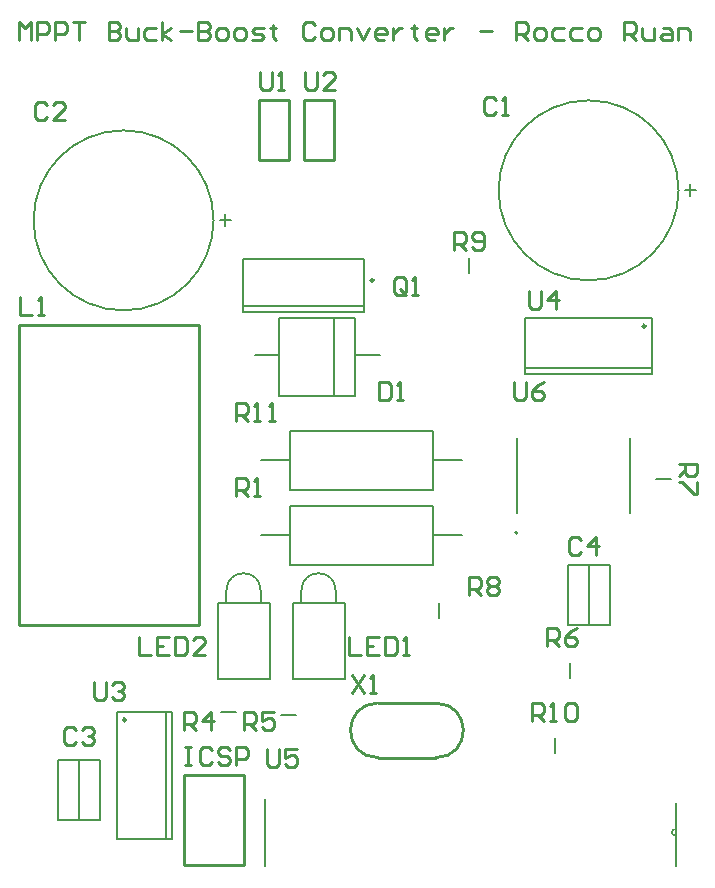
<source format=gto>
G04*
G04 #@! TF.GenerationSoftware,Altium Limited,Altium Designer,19.1.7 (138)*
G04*
G04 Layer_Color=65535*
%FSLAX25Y25*%
%MOIN*%
G70*
G01*
G75*
%ADD10C,0.00984*%
%ADD11C,0.00500*%
%ADD12C,0.01000*%
%ADD13C,0.00787*%
%ADD14C,0.00600*%
%ADD15C,0.00591*%
D10*
X50768Y68504D02*
G03*
X50768Y68504I-492J0D01*
G01*
X223996Y199724D02*
G03*
X223996Y199724I-492J0D01*
G01*
X133327Y215000D02*
G03*
X133327Y215000I-492J0D01*
G01*
D11*
X120709Y111653D02*
G03*
X109291Y111653I-5709J0D01*
G01*
X95709D02*
G03*
X84291Y111653I-5709J0D01*
G01*
X120709Y107323D02*
Y111653D01*
X109291Y107323D02*
Y111653D01*
X123661Y82126D02*
Y107323D01*
X106339D02*
X123661D01*
X106339Y82126D02*
Y107323D01*
Y82126D02*
X123661D01*
X95709Y107323D02*
Y111653D01*
X84291Y107323D02*
Y111653D01*
X98661Y82126D02*
Y107323D01*
X81339D02*
X98661D01*
X81339Y82126D02*
Y107323D01*
Y82126D02*
X98661D01*
X218898Y137480D02*
Y162520D01*
X181102Y137480D02*
Y162520D01*
D12*
X134713Y74055D02*
G03*
X134713Y55945I0J-9055D01*
G01*
X154213D02*
G03*
X154213Y74055I0J9055D01*
G01*
X134713D02*
X154213D01*
X134713Y55945D02*
X154213D01*
X95000Y255000D02*
X105000D01*
Y265000D02*
Y275000D01*
X95000D02*
X105000D01*
X95000Y255000D02*
Y275000D01*
X105000Y255000D02*
Y265000D01*
X110000Y275000D02*
X120000D01*
X110000Y255000D02*
Y265000D01*
Y255000D02*
X120000D01*
Y275000D01*
X110000Y265000D02*
Y275000D01*
X70000Y20000D02*
X90000D01*
X70000D02*
Y50000D01*
X75000D01*
X90000D01*
Y20000D02*
Y50000D01*
X15000Y100000D02*
Y200000D01*
Y100000D02*
X75000D01*
X15000Y200000D02*
X75000D01*
Y150000D02*
Y200000D01*
Y100000D02*
Y150000D01*
X15000Y295000D02*
Y300998D01*
X16999Y298999D01*
X18999Y300998D01*
Y295000D01*
X20998D02*
Y300998D01*
X23997D01*
X24997Y299998D01*
Y297999D01*
X23997Y296999D01*
X20998D01*
X26996Y295000D02*
Y300998D01*
X29995D01*
X30995Y299998D01*
Y297999D01*
X29995Y296999D01*
X26996D01*
X32994Y300998D02*
X36993D01*
X34993D01*
Y295000D01*
X44990Y300998D02*
Y295000D01*
X47989D01*
X48989Y296000D01*
Y296999D01*
X47989Y297999D01*
X44990D01*
X47989D01*
X48989Y298999D01*
Y299998D01*
X47989Y300998D01*
X44990D01*
X50988Y298999D02*
Y296000D01*
X51988Y295000D01*
X54987D01*
Y298999D01*
X60985D02*
X57986D01*
X56986Y297999D01*
Y296000D01*
X57986Y295000D01*
X60985D01*
X62985D02*
Y300998D01*
Y296999D02*
X65983Y298999D01*
X62985Y296999D02*
X65983Y295000D01*
X68982Y297999D02*
X72981D01*
X74981Y300998D02*
Y295000D01*
X77980D01*
X78979Y296000D01*
Y296999D01*
X77980Y297999D01*
X74981D01*
X77980D01*
X78979Y298999D01*
Y299998D01*
X77980Y300998D01*
X74981D01*
X81978Y295000D02*
X83978D01*
X84977Y296000D01*
Y297999D01*
X83978Y298999D01*
X81978D01*
X80979Y297999D01*
Y296000D01*
X81978Y295000D01*
X87976D02*
X89976D01*
X90975Y296000D01*
Y297999D01*
X89976Y298999D01*
X87976D01*
X86977Y297999D01*
Y296000D01*
X87976Y295000D01*
X92975D02*
X95974D01*
X96974Y296000D01*
X95974Y296999D01*
X93975D01*
X92975Y297999D01*
X93975Y298999D01*
X96974D01*
X99972Y299998D02*
Y298999D01*
X98973D01*
X100972D01*
X99972D01*
Y296000D01*
X100972Y295000D01*
X113968Y299998D02*
X112968Y300998D01*
X110969D01*
X109969Y299998D01*
Y296000D01*
X110969Y295000D01*
X112968D01*
X113968Y296000D01*
X116967Y295000D02*
X118966D01*
X119966Y296000D01*
Y297999D01*
X118966Y298999D01*
X116967D01*
X115967Y297999D01*
Y296000D01*
X116967Y295000D01*
X121965D02*
Y298999D01*
X124964D01*
X125964Y297999D01*
Y295000D01*
X127963Y298999D02*
X129963Y295000D01*
X131962Y298999D01*
X136960Y295000D02*
X134961D01*
X133961Y296000D01*
Y297999D01*
X134961Y298999D01*
X136960D01*
X137960Y297999D01*
Y296999D01*
X133961D01*
X139960Y298999D02*
Y295000D01*
Y296999D01*
X140959Y297999D01*
X141959Y298999D01*
X142959D01*
X146957Y299998D02*
Y298999D01*
X145958D01*
X147957D01*
X146957D01*
Y296000D01*
X147957Y295000D01*
X153955D02*
X151956D01*
X150956Y296000D01*
Y297999D01*
X151956Y298999D01*
X153955D01*
X154955Y297999D01*
Y296999D01*
X150956D01*
X156954Y298999D02*
Y295000D01*
Y296999D01*
X157954Y297999D01*
X158953Y298999D01*
X159953D01*
X168950Y297999D02*
X172949D01*
X180946Y295000D02*
Y300998D01*
X183945D01*
X184945Y299998D01*
Y297999D01*
X183945Y296999D01*
X180946D01*
X182946D02*
X184945Y295000D01*
X187944D02*
X189943D01*
X190943Y296000D01*
Y297999D01*
X189943Y298999D01*
X187944D01*
X186944Y297999D01*
Y296000D01*
X187944Y295000D01*
X196941Y298999D02*
X193942D01*
X192942Y297999D01*
Y296000D01*
X193942Y295000D01*
X196941D01*
X202939Y298999D02*
X199940D01*
X198941Y297999D01*
Y296000D01*
X199940Y295000D01*
X202939D01*
X205938D02*
X207938D01*
X208937Y296000D01*
Y297999D01*
X207938Y298999D01*
X205938D01*
X204939Y297999D01*
Y296000D01*
X205938Y295000D01*
X216935D02*
Y300998D01*
X219934D01*
X220933Y299998D01*
Y297999D01*
X219934Y296999D01*
X216935D01*
X218934D02*
X220933Y295000D01*
X222933Y298999D02*
Y296000D01*
X223932Y295000D01*
X226931D01*
Y298999D01*
X229930D02*
X231930D01*
X232929Y297999D01*
Y295000D01*
X229930D01*
X228931Y296000D01*
X229930Y296999D01*
X232929D01*
X234929Y295000D02*
Y298999D01*
X237928D01*
X238928Y297999D01*
Y295000D01*
X87640Y168237D02*
Y174235D01*
X90639D01*
X91639Y173235D01*
Y171236D01*
X90639Y170236D01*
X87640D01*
X89640D02*
X91639Y168237D01*
X93638D02*
X95638D01*
X94638D01*
Y174235D01*
X93638Y173235D01*
X98637Y168237D02*
X100636D01*
X99636D01*
Y174235D01*
X98637Y173235D01*
X70500Y59498D02*
X72499D01*
X71500D01*
Y53500D01*
X70500D01*
X72499D01*
X79497Y58498D02*
X78497Y59498D01*
X76498D01*
X75498Y58498D01*
Y54500D01*
X76498Y53500D01*
X78497D01*
X79497Y54500D01*
X85495Y58498D02*
X84496Y59498D01*
X82496D01*
X81496Y58498D01*
Y57499D01*
X82496Y56499D01*
X84496D01*
X85495Y55499D01*
Y54500D01*
X84496Y53500D01*
X82496D01*
X81496Y54500D01*
X87494Y53500D02*
Y59498D01*
X90494D01*
X91493Y58498D01*
Y56499D01*
X90494Y55499D01*
X87494D01*
X95500Y284498D02*
Y279500D01*
X96500Y278500D01*
X98499D01*
X99499Y279500D01*
Y284498D01*
X101498Y278500D02*
X103497D01*
X102498D01*
Y284498D01*
X101498Y283498D01*
X110500Y284498D02*
Y279500D01*
X111500Y278500D01*
X113499D01*
X114499Y279500D01*
Y284498D01*
X120497Y278500D02*
X116498D01*
X120497Y282499D01*
Y283498D01*
X119497Y284498D01*
X117498D01*
X116498Y283498D01*
X180000Y180998D02*
Y176000D01*
X181000Y175000D01*
X182999D01*
X183999Y176000D01*
Y180998D01*
X189997D02*
X187997Y179998D01*
X185998Y177999D01*
Y176000D01*
X186998Y175000D01*
X188997D01*
X189997Y176000D01*
Y176999D01*
X188997Y177999D01*
X185998D01*
X97700Y58761D02*
Y53763D01*
X98700Y52763D01*
X100699D01*
X101699Y53763D01*
Y58761D01*
X107697D02*
X103698D01*
Y55762D01*
X105697Y56762D01*
X106697D01*
X107697Y55762D01*
Y53763D01*
X106697Y52763D01*
X104698D01*
X103698Y53763D01*
X126113Y83598D02*
X130111Y77600D01*
Y83598D02*
X126113Y77600D01*
X132111D02*
X134110D01*
X133110D01*
Y83598D01*
X132111Y82598D01*
X185000Y211372D02*
Y206374D01*
X186000Y205374D01*
X187999D01*
X188999Y206374D01*
Y211372D01*
X193997Y205374D02*
Y211372D01*
X190998Y208373D01*
X194997D01*
X40000Y80998D02*
Y76000D01*
X41000Y75000D01*
X42999D01*
X43999Y76000D01*
Y80998D01*
X45998Y79998D02*
X46998Y80998D01*
X48997D01*
X49997Y79998D01*
Y78999D01*
X48997Y77999D01*
X47997D01*
X48997D01*
X49997Y76999D01*
Y76000D01*
X48997Y75000D01*
X46998D01*
X45998Y76000D01*
X186074Y68100D02*
Y74098D01*
X189073D01*
X190073Y73098D01*
Y71099D01*
X189073Y70099D01*
X186074D01*
X188073D02*
X190073Y68100D01*
X192072D02*
X194071D01*
X193072D01*
Y74098D01*
X192072Y73098D01*
X197071D02*
X198070Y74098D01*
X200069D01*
X201069Y73098D01*
Y69100D01*
X200069Y68100D01*
X198070D01*
X197071Y69100D01*
Y73098D01*
X160000Y225000D02*
Y230998D01*
X162999D01*
X163999Y229998D01*
Y227999D01*
X162999Y226999D01*
X160000D01*
X161999D02*
X163999Y225000D01*
X165998Y226000D02*
X166998Y225000D01*
X168997D01*
X169997Y226000D01*
Y229998D01*
X168997Y230998D01*
X166998D01*
X165998Y229998D01*
Y228999D01*
X166998Y227999D01*
X169997D01*
X165000Y110000D02*
Y115998D01*
X167999D01*
X168999Y114998D01*
Y112999D01*
X167999Y111999D01*
X165000D01*
X166999D02*
X168999Y110000D01*
X170998Y114998D02*
X171998Y115998D01*
X173997D01*
X174997Y114998D01*
Y113999D01*
X173997Y112999D01*
X174997Y111999D01*
Y111000D01*
X173997Y110000D01*
X171998D01*
X170998Y111000D01*
Y111999D01*
X171998Y112999D01*
X170998Y113999D01*
Y114998D01*
X171998Y112999D02*
X173997D01*
X235000Y153937D02*
X240998D01*
Y150938D01*
X239998Y149938D01*
X237999D01*
X236999Y150938D01*
Y153937D01*
Y151938D02*
X235000Y149938D01*
X240998Y147939D02*
Y143940D01*
X239998D01*
X236000Y147939D01*
X235000D01*
X191074Y93100D02*
Y99098D01*
X194073D01*
X195073Y98098D01*
Y96099D01*
X194073Y95099D01*
X191074D01*
X193073D02*
X195073Y93100D01*
X201071Y99098D02*
X199071Y98098D01*
X197072Y96099D01*
Y94100D01*
X198072Y93100D01*
X200071D01*
X201071Y94100D01*
Y95099D01*
X200071Y96099D01*
X197072D01*
X90000Y65000D02*
Y70998D01*
X92999D01*
X93999Y69998D01*
Y67999D01*
X92999Y66999D01*
X90000D01*
X91999D02*
X93999Y65000D01*
X99997Y70998D02*
X95998D01*
Y67999D01*
X97997Y68999D01*
X98997D01*
X99997Y67999D01*
Y66000D01*
X98997Y65000D01*
X96998D01*
X95998Y66000D01*
X70000Y65000D02*
Y70998D01*
X72999D01*
X73999Y69998D01*
Y67999D01*
X72999Y66999D01*
X70000D01*
X71999D02*
X73999Y65000D01*
X78997D02*
Y70998D01*
X75998Y67999D01*
X79997D01*
X87640Y143237D02*
Y149235D01*
X90639D01*
X91639Y148235D01*
Y146236D01*
X90639Y145236D01*
X87640D01*
X89640D02*
X91639Y143237D01*
X93638D02*
X95638D01*
X94638D01*
Y149235D01*
X93638Y148235D01*
X143999Y211000D02*
Y214998D01*
X142999Y215998D01*
X141000D01*
X140000Y214998D01*
Y211000D01*
X141000Y210000D01*
X142999D01*
X141999Y211999D02*
X143999Y210000D01*
X142999D02*
X143999Y211000D01*
X145998Y210000D02*
X147997D01*
X146998D01*
Y215998D01*
X145998Y214998D01*
X55000Y95998D02*
Y90000D01*
X58999D01*
X64997Y95998D02*
X60998D01*
Y90000D01*
X64997D01*
X60998Y92999D02*
X62997D01*
X66996Y95998D02*
Y90000D01*
X69995D01*
X70995Y91000D01*
Y94998D01*
X69995Y95998D01*
X66996D01*
X76993Y90000D02*
X72994D01*
X76993Y93999D01*
Y94998D01*
X75993Y95998D01*
X73994D01*
X72994Y94998D01*
X125000Y95998D02*
Y90000D01*
X128999D01*
X134997Y95998D02*
X130998D01*
Y90000D01*
X134997D01*
X130998Y92999D02*
X132997D01*
X136996Y95998D02*
Y90000D01*
X139995D01*
X140995Y91000D01*
Y94998D01*
X139995Y95998D01*
X136996D01*
X142994Y90000D02*
X144993D01*
X143994D01*
Y95998D01*
X142994Y94998D01*
X15500Y209498D02*
Y203500D01*
X19499D01*
X21498D02*
X23497D01*
X22498D01*
Y209498D01*
X21498Y208498D01*
X135000Y180998D02*
Y175000D01*
X137999D01*
X138999Y176000D01*
Y179998D01*
X137999Y180998D01*
X135000D01*
X140998Y175000D02*
X142997D01*
X141998D01*
Y180998D01*
X140998Y179998D01*
X202599Y128456D02*
X201599Y129455D01*
X199600D01*
X198600Y128456D01*
Y124457D01*
X199600Y123458D01*
X201599D01*
X202599Y124457D01*
X207597Y123458D02*
Y129455D01*
X204598Y126456D01*
X208597D01*
X33999Y64998D02*
X32999Y65998D01*
X31000D01*
X30000Y64998D01*
Y61000D01*
X31000Y60000D01*
X32999D01*
X33999Y61000D01*
X35998Y64998D02*
X36998Y65998D01*
X38997D01*
X39997Y64998D01*
Y63999D01*
X38997Y62999D01*
X37997D01*
X38997D01*
X39997Y61999D01*
Y61000D01*
X38997Y60000D01*
X36998D01*
X35998Y61000D01*
X24599Y273398D02*
X23599Y274398D01*
X21600D01*
X20600Y273398D01*
Y269400D01*
X21600Y268400D01*
X23599D01*
X24599Y269400D01*
X30597Y268400D02*
X26598D01*
X30597Y272399D01*
Y273398D01*
X29597Y274398D01*
X27598D01*
X26598Y273398D01*
X173999Y274998D02*
X172999Y275998D01*
X171000D01*
X170000Y274998D01*
Y271000D01*
X171000Y270000D01*
X172999D01*
X173999Y271000D01*
X175998Y270000D02*
X177997D01*
X176998D01*
Y275998D01*
X175998Y274998D01*
D13*
X235000Y245000D02*
G03*
X235000Y245000I-30000J0D01*
G01*
X181299Y130905D02*
G03*
X181299Y130905I-394J0D01*
G01*
X80000Y235000D02*
G03*
X80000Y235000I-30000J0D01*
G01*
X47717Y28937D02*
X66220D01*
X47717Y71063D02*
X66220D01*
X47717Y28937D02*
Y71063D01*
X66220Y28937D02*
Y71063D01*
X64252Y28937D02*
Y71063D01*
X183937Y183780D02*
Y202284D01*
X226063Y183780D02*
Y202284D01*
X183937D02*
X226063D01*
X183937Y183780D02*
X226063D01*
X183937Y185748D02*
X226063D01*
X35000Y35138D02*
X42000D01*
Y55020D01*
X28000D02*
X42000D01*
X28000Y35138D02*
Y55020D01*
Y35138D02*
X35000D01*
Y44882D02*
Y55020D01*
Y35138D02*
Y45276D01*
X155000Y102441D02*
Y107559D01*
X130276Y204449D02*
Y222165D01*
X89724Y204449D02*
Y222165D01*
X130276D01*
X89724Y204449D02*
X130276D01*
X89724Y206417D02*
X130276D01*
X153287Y155000D02*
X162835D01*
X95906D02*
X105453D01*
X153287D02*
Y164842D01*
X105453D02*
X153287D01*
X105453Y145158D02*
Y164842D01*
Y145158D02*
X153287D01*
Y155000D01*
X102441Y70000D02*
X107559D01*
X82441Y71063D02*
X87559D01*
X101831Y190000D02*
Y202500D01*
X127224D01*
Y176500D02*
Y202500D01*
X101831Y176500D02*
X127224D01*
X101831D02*
Y190000D01*
X120000Y176500D02*
X120138Y202500D01*
X127224Y190000D02*
X135394D01*
X93661D02*
X101831D01*
X198000Y120020D02*
X205000D01*
X198000Y100138D02*
Y120020D01*
Y100138D02*
X212000D01*
Y120020D01*
X205000D02*
X212000D01*
X205000Y100138D02*
Y110276D01*
Y109882D02*
Y120020D01*
X153287Y120158D02*
Y130000D01*
X105453Y120158D02*
X153287D01*
X105453D02*
Y139842D01*
X153287D01*
Y130000D02*
Y139842D01*
X95906Y130000D02*
X105453D01*
X153287D02*
X162835D01*
X227441Y148937D02*
X232559D01*
X165000Y217441D02*
Y222559D01*
X193937Y57441D02*
Y62559D01*
X198937Y82441D02*
Y87559D01*
D14*
X234000Y32263D02*
G03*
X234000Y29863I0J-1200D01*
G01*
Y32263D02*
Y40863D01*
Y29863D02*
Y32263D01*
Y19863D02*
Y29863D01*
X97000Y19863D02*
Y42263D01*
D15*
X237015Y245051D02*
X240951D01*
X238983Y247019D02*
Y243083D01*
X82015Y235051D02*
X85951D01*
X83983Y237019D02*
Y233083D01*
M02*

</source>
